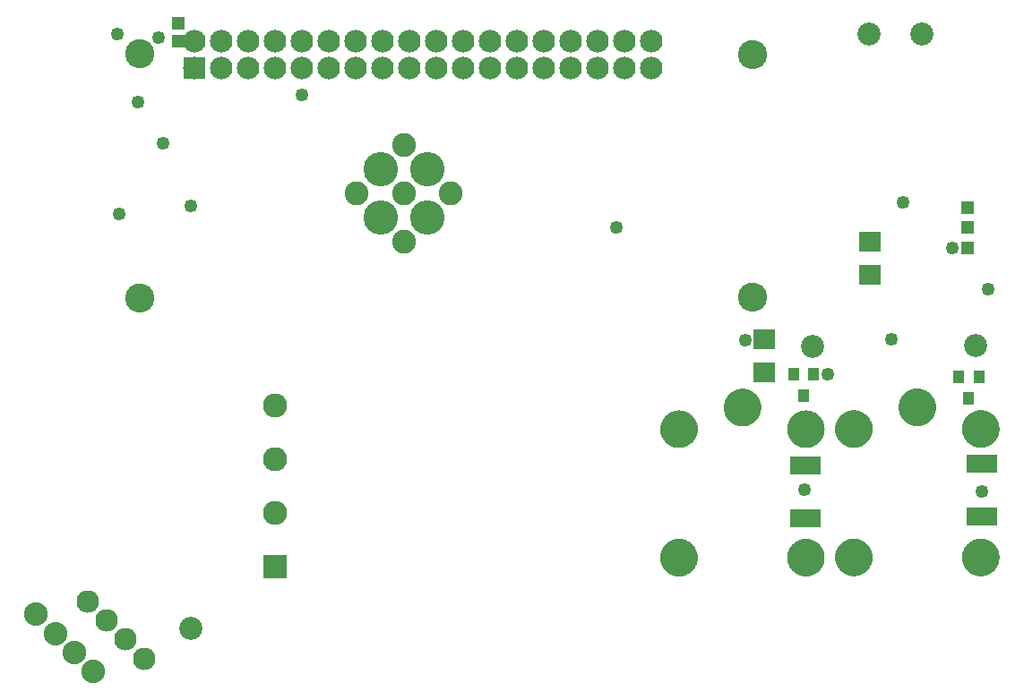
<source format=gbs>
G04 MADE WITH FRITZING*
G04 WWW.FRITZING.ORG*
G04 DOUBLE SIDED*
G04 HOLES PLATED*
G04 CONTOUR ON CENTER OF CONTOUR VECTOR*
%ASAXBY*%
%FSLAX23Y23*%
%MOIN*%
%OFA0B0*%
%SFA1.0B1.0*%
%ADD10C,0.049370*%
%ADD11C,0.088000*%
%ADD12C,0.083889*%
%ADD13C,0.085433*%
%ADD14C,0.090000*%
%ADD15C,0.084000*%
%ADD16C,0.108425*%
%ADD17C,0.088740*%
%ADD18C,0.128110*%
%ADD19R,0.116299X0.069055*%
%ADD20R,0.041496X0.045433*%
%ADD21R,0.084803X0.072992*%
%ADD22R,0.049370X0.049370*%
%ADD23R,0.090000X0.090000*%
%ADD24R,0.084000X0.084000*%
%ADD25R,0.001000X0.001000*%
%LNMASK0*%
G90*
G70*
G54D10*
X3052Y873D03*
X3709Y868D03*
X572Y2318D03*
X766Y1931D03*
X664Y2163D03*
X495Y2570D03*
X648Y2557D03*
G54D11*
X192Y409D03*
X263Y338D03*
X334Y267D03*
X404Y196D03*
G54D10*
X499Y1899D03*
G54D12*
X595Y244D03*
X524Y315D03*
X453Y385D03*
X383Y456D03*
G54D13*
X766Y357D03*
X3080Y1408D03*
X3686Y1409D03*
X3291Y2569D03*
X3488Y2570D03*
G54D10*
X2350Y1849D03*
X1179Y2344D03*
X2832Y1430D03*
X3416Y1943D03*
X3138Y1303D03*
X3602Y1772D03*
X3733Y1619D03*
X3373Y1432D03*
G54D14*
X1079Y587D03*
X1079Y787D03*
X1079Y987D03*
X1079Y1187D03*
G54D15*
X781Y2544D03*
X881Y2544D03*
X981Y2544D03*
X1081Y2544D03*
X1181Y2544D03*
X1281Y2544D03*
X1381Y2544D03*
X1481Y2544D03*
X1581Y2544D03*
X1681Y2544D03*
X1781Y2544D03*
X1881Y2544D03*
X1981Y2544D03*
X2081Y2544D03*
X2181Y2544D03*
X2281Y2544D03*
X2381Y2544D03*
X2481Y2544D03*
X781Y2444D03*
X881Y2444D03*
X981Y2444D03*
X1081Y2444D03*
X1181Y2444D03*
X1281Y2444D03*
X1381Y2444D03*
X1481Y2444D03*
X1581Y2444D03*
X1681Y2444D03*
X1781Y2444D03*
X1881Y2444D03*
X1981Y2444D03*
X2081Y2444D03*
X2181Y2444D03*
X2281Y2444D03*
X2381Y2444D03*
X2481Y2444D03*
G54D16*
X576Y1588D03*
X2857Y1590D03*
G54D17*
X1560Y2155D03*
X1560Y1975D03*
X1385Y1975D03*
X1735Y1975D03*
X1560Y1796D03*
G54D18*
X1647Y2068D03*
X1473Y2068D03*
X1647Y1885D03*
X1473Y1885D03*
G54D16*
X2858Y2492D03*
X576Y2495D03*
G54D19*
X3053Y767D03*
X3053Y964D03*
X3711Y772D03*
X3711Y969D03*
G54D20*
X3624Y1293D03*
X3699Y1293D03*
X3661Y1214D03*
X3010Y1303D03*
X3085Y1303D03*
X3048Y1224D03*
G54D21*
X3293Y1674D03*
X3293Y1796D03*
X2900Y1432D03*
X2900Y1310D03*
G54D22*
X722Y2543D03*
X722Y2611D03*
X3656Y1773D03*
X3656Y1850D03*
X3656Y1923D03*
G54D23*
X1079Y587D03*
G54D24*
X781Y2444D03*
G54D25*
X3462Y1249D02*
X3479Y1249D01*
X2810Y1248D02*
X2830Y1248D01*
X3456Y1248D02*
X3485Y1248D01*
X2805Y1247D02*
X2835Y1247D01*
X3452Y1247D02*
X3489Y1247D01*
X2801Y1246D02*
X2839Y1246D01*
X3449Y1246D02*
X3492Y1246D01*
X2798Y1245D02*
X2842Y1245D01*
X3446Y1245D02*
X3495Y1245D01*
X2795Y1244D02*
X2845Y1244D01*
X3443Y1244D02*
X3498Y1244D01*
X2792Y1243D02*
X2848Y1243D01*
X3441Y1243D02*
X3500Y1243D01*
X2790Y1242D02*
X2850Y1242D01*
X3439Y1242D02*
X3502Y1242D01*
X2788Y1241D02*
X2852Y1241D01*
X3437Y1241D02*
X3504Y1241D01*
X2786Y1240D02*
X2853Y1240D01*
X3436Y1240D02*
X3505Y1240D01*
X2785Y1239D02*
X2855Y1239D01*
X3434Y1239D02*
X3507Y1239D01*
X2783Y1238D02*
X2857Y1238D01*
X3432Y1238D02*
X3508Y1238D01*
X2782Y1237D02*
X2858Y1237D01*
X3431Y1237D02*
X3510Y1237D01*
X2780Y1236D02*
X2860Y1236D01*
X3430Y1236D02*
X3511Y1236D01*
X2779Y1235D02*
X2861Y1235D01*
X3428Y1235D02*
X3513Y1235D01*
X2777Y1234D02*
X2862Y1234D01*
X3427Y1234D02*
X3514Y1234D01*
X2776Y1233D02*
X2864Y1233D01*
X3426Y1233D02*
X3515Y1233D01*
X2775Y1232D02*
X2865Y1232D01*
X3425Y1232D02*
X3516Y1232D01*
X2774Y1231D02*
X2866Y1231D01*
X3423Y1231D02*
X3517Y1231D01*
X2773Y1230D02*
X2867Y1230D01*
X3422Y1230D02*
X3518Y1230D01*
X2772Y1229D02*
X2868Y1229D01*
X3421Y1229D02*
X3520Y1229D01*
X2771Y1228D02*
X2869Y1228D01*
X3420Y1228D02*
X3520Y1228D01*
X2770Y1227D02*
X2870Y1227D01*
X3419Y1227D02*
X3521Y1227D01*
X2769Y1226D02*
X2871Y1226D01*
X3419Y1226D02*
X3522Y1226D01*
X2768Y1225D02*
X2872Y1225D01*
X3418Y1225D02*
X3523Y1225D01*
X2767Y1224D02*
X2873Y1224D01*
X3417Y1224D02*
X3524Y1224D01*
X2766Y1223D02*
X2874Y1223D01*
X3416Y1223D02*
X3525Y1223D01*
X2765Y1222D02*
X2874Y1222D01*
X3415Y1222D02*
X3525Y1222D01*
X2765Y1221D02*
X2875Y1221D01*
X3415Y1221D02*
X3526Y1221D01*
X2764Y1220D02*
X2876Y1220D01*
X3414Y1220D02*
X3527Y1220D01*
X2763Y1219D02*
X2877Y1219D01*
X3413Y1219D02*
X3528Y1219D01*
X2763Y1218D02*
X2877Y1218D01*
X3412Y1218D02*
X3528Y1218D01*
X2762Y1217D02*
X2878Y1217D01*
X3412Y1217D02*
X3529Y1217D01*
X2761Y1216D02*
X2879Y1216D01*
X3411Y1216D02*
X3530Y1216D01*
X2761Y1215D02*
X2879Y1215D01*
X3411Y1215D02*
X3530Y1215D01*
X2760Y1214D02*
X2880Y1214D01*
X3410Y1214D02*
X3531Y1214D01*
X2759Y1213D02*
X2880Y1213D01*
X3409Y1213D02*
X3531Y1213D01*
X2759Y1212D02*
X2881Y1212D01*
X3409Y1212D02*
X3532Y1212D01*
X2758Y1211D02*
X2882Y1211D01*
X3408Y1211D02*
X3532Y1211D01*
X2758Y1210D02*
X2882Y1210D01*
X3408Y1210D02*
X3533Y1210D01*
X2757Y1209D02*
X2883Y1209D01*
X3407Y1209D02*
X3533Y1209D01*
X2757Y1208D02*
X2883Y1208D01*
X3407Y1208D02*
X3534Y1208D01*
X2756Y1207D02*
X2884Y1207D01*
X3406Y1207D02*
X3534Y1207D01*
X2756Y1206D02*
X2884Y1206D01*
X3406Y1206D02*
X3535Y1206D01*
X2756Y1205D02*
X2884Y1205D01*
X3406Y1205D02*
X3535Y1205D01*
X2755Y1204D02*
X2885Y1204D01*
X3405Y1204D02*
X3535Y1204D01*
X2755Y1203D02*
X2885Y1203D01*
X3405Y1203D02*
X3536Y1203D01*
X2755Y1202D02*
X2885Y1202D01*
X3405Y1202D02*
X3536Y1202D01*
X2754Y1201D02*
X2886Y1201D01*
X3404Y1201D02*
X3536Y1201D01*
X2754Y1200D02*
X2886Y1200D01*
X3404Y1200D02*
X3537Y1200D01*
X2754Y1199D02*
X2886Y1199D01*
X3404Y1199D02*
X3537Y1199D01*
X2753Y1198D02*
X2887Y1198D01*
X3404Y1198D02*
X3537Y1198D01*
X2753Y1197D02*
X2887Y1197D01*
X3403Y1197D02*
X3537Y1197D01*
X2753Y1196D02*
X2887Y1196D01*
X3403Y1196D02*
X3538Y1196D01*
X2753Y1195D02*
X2887Y1195D01*
X3403Y1195D02*
X3538Y1195D01*
X2752Y1194D02*
X2888Y1194D01*
X3403Y1194D02*
X3538Y1194D01*
X2752Y1193D02*
X2888Y1193D01*
X3402Y1193D02*
X3538Y1193D01*
X2752Y1192D02*
X2888Y1192D01*
X3402Y1192D02*
X3539Y1192D01*
X2752Y1191D02*
X2888Y1191D01*
X3402Y1191D02*
X3539Y1191D01*
X2752Y1190D02*
X2888Y1190D01*
X3402Y1190D02*
X3539Y1190D01*
X2751Y1189D02*
X2888Y1189D01*
X3402Y1189D02*
X3539Y1189D01*
X2751Y1188D02*
X2889Y1188D01*
X3402Y1188D02*
X3539Y1188D01*
X2751Y1187D02*
X2889Y1187D01*
X3401Y1187D02*
X3539Y1187D01*
X2751Y1186D02*
X2889Y1186D01*
X3401Y1186D02*
X3539Y1186D01*
X2751Y1185D02*
X2889Y1185D01*
X3401Y1185D02*
X3540Y1185D01*
X2751Y1184D02*
X2889Y1184D01*
X3401Y1184D02*
X3540Y1184D01*
X2751Y1183D02*
X2889Y1183D01*
X3401Y1183D02*
X3540Y1183D01*
X2751Y1182D02*
X2889Y1182D01*
X3401Y1182D02*
X3540Y1182D01*
X2751Y1181D02*
X2889Y1181D01*
X3401Y1181D02*
X3540Y1181D01*
X2751Y1180D02*
X2889Y1180D01*
X3401Y1180D02*
X3540Y1180D01*
X2751Y1179D02*
X2889Y1179D01*
X3401Y1179D02*
X3540Y1179D01*
X2751Y1178D02*
X2889Y1178D01*
X3401Y1178D02*
X3540Y1178D01*
X2751Y1177D02*
X2889Y1177D01*
X3401Y1177D02*
X3540Y1177D01*
X2751Y1176D02*
X2889Y1176D01*
X3401Y1176D02*
X3540Y1176D01*
X2751Y1175D02*
X2889Y1175D01*
X3401Y1175D02*
X3540Y1175D01*
X2751Y1174D02*
X2889Y1174D01*
X3401Y1174D02*
X3539Y1174D01*
X2751Y1173D02*
X2889Y1173D01*
X3401Y1173D02*
X3539Y1173D01*
X2751Y1172D02*
X2889Y1172D01*
X3401Y1172D02*
X3539Y1172D01*
X2751Y1171D02*
X2889Y1171D01*
X3402Y1171D02*
X3539Y1171D01*
X2751Y1170D02*
X2889Y1170D01*
X3402Y1170D02*
X3539Y1170D01*
X2751Y1169D02*
X2889Y1169D01*
X3234Y1169D02*
X3234Y1169D01*
X3402Y1169D02*
X3539Y1169D01*
X2580Y1168D02*
X2587Y1168D01*
X2752Y1168D02*
X2888Y1168D01*
X3053Y1168D02*
X3060Y1168D01*
X3224Y1168D02*
X3244Y1168D01*
X3402Y1168D02*
X3539Y1168D01*
X3696Y1168D02*
X3717Y1168D01*
X2572Y1167D02*
X2595Y1167D01*
X2752Y1167D02*
X2888Y1167D01*
X3045Y1167D02*
X3068Y1167D01*
X3219Y1167D02*
X3250Y1167D01*
X3402Y1167D02*
X3538Y1167D01*
X3691Y1167D02*
X3722Y1167D01*
X2567Y1166D02*
X2600Y1166D01*
X2752Y1166D02*
X2888Y1166D01*
X3040Y1166D02*
X3072Y1166D01*
X3215Y1166D02*
X3254Y1166D01*
X3402Y1166D02*
X3538Y1166D01*
X3687Y1166D02*
X3726Y1166D01*
X2563Y1165D02*
X2604Y1165D01*
X2752Y1165D02*
X2888Y1165D01*
X3036Y1165D02*
X3076Y1165D01*
X3212Y1165D02*
X3257Y1165D01*
X3403Y1165D02*
X3538Y1165D01*
X3684Y1165D02*
X3729Y1165D01*
X2561Y1164D02*
X2607Y1164D01*
X2752Y1164D02*
X2888Y1164D01*
X3033Y1164D02*
X3079Y1164D01*
X3209Y1164D02*
X3260Y1164D01*
X3403Y1164D02*
X3538Y1164D01*
X3681Y1164D02*
X3732Y1164D01*
X2558Y1163D02*
X2610Y1163D01*
X2753Y1163D02*
X2887Y1163D01*
X3030Y1163D02*
X3082Y1163D01*
X3206Y1163D02*
X3262Y1163D01*
X3403Y1163D02*
X3538Y1163D01*
X3679Y1163D02*
X3734Y1163D01*
X2556Y1162D02*
X2612Y1162D01*
X2753Y1162D02*
X2887Y1162D01*
X3028Y1162D02*
X3084Y1162D01*
X3204Y1162D02*
X3264Y1162D01*
X3403Y1162D02*
X3537Y1162D01*
X3677Y1162D02*
X3736Y1162D01*
X2554Y1161D02*
X2614Y1161D01*
X2753Y1161D02*
X2887Y1161D01*
X3026Y1161D02*
X3086Y1161D01*
X3202Y1161D02*
X3266Y1161D01*
X3404Y1161D02*
X3537Y1161D01*
X3675Y1161D02*
X3738Y1161D01*
X2551Y1160D02*
X2616Y1160D01*
X2753Y1160D02*
X2887Y1160D01*
X3024Y1160D02*
X3088Y1160D01*
X3201Y1160D02*
X3268Y1160D01*
X3404Y1160D02*
X3537Y1160D01*
X3673Y1160D02*
X3740Y1160D01*
X2550Y1159D02*
X2618Y1159D01*
X2754Y1159D02*
X2886Y1159D01*
X3022Y1159D02*
X3090Y1159D01*
X3199Y1159D02*
X3269Y1159D01*
X3404Y1159D02*
X3537Y1159D01*
X3671Y1159D02*
X3742Y1159D01*
X2548Y1158D02*
X2619Y1158D01*
X2754Y1158D02*
X2886Y1158D01*
X3021Y1158D02*
X3092Y1158D01*
X3197Y1158D02*
X3271Y1158D01*
X3404Y1158D02*
X3536Y1158D01*
X3670Y1158D02*
X3743Y1158D01*
X2547Y1157D02*
X2621Y1157D01*
X2754Y1157D02*
X2886Y1157D01*
X3019Y1157D02*
X3093Y1157D01*
X3196Y1157D02*
X3273Y1157D01*
X3405Y1157D02*
X3536Y1157D01*
X3668Y1157D02*
X3745Y1157D01*
X2545Y1156D02*
X2623Y1156D01*
X2755Y1156D02*
X2885Y1156D01*
X3017Y1156D02*
X3095Y1156D01*
X3194Y1156D02*
X3274Y1156D01*
X3405Y1156D02*
X3536Y1156D01*
X3667Y1156D02*
X3746Y1156D01*
X2544Y1155D02*
X2624Y1155D01*
X2755Y1155D02*
X2885Y1155D01*
X3016Y1155D02*
X3096Y1155D01*
X3193Y1155D02*
X3275Y1155D01*
X3406Y1155D02*
X3535Y1155D01*
X3665Y1155D02*
X3748Y1155D01*
X2542Y1154D02*
X2625Y1154D01*
X2755Y1154D02*
X2885Y1154D01*
X3015Y1154D02*
X3098Y1154D01*
X3192Y1154D02*
X3277Y1154D01*
X3406Y1154D02*
X3535Y1154D01*
X3664Y1154D02*
X3749Y1154D01*
X2541Y1153D02*
X2627Y1153D01*
X2756Y1153D02*
X2884Y1153D01*
X3013Y1153D02*
X3099Y1153D01*
X3190Y1153D02*
X3278Y1153D01*
X3406Y1153D02*
X3534Y1153D01*
X3663Y1153D02*
X3750Y1153D01*
X2540Y1152D02*
X2628Y1152D01*
X2756Y1152D02*
X2884Y1152D01*
X3012Y1152D02*
X3100Y1152D01*
X3189Y1152D02*
X3279Y1152D01*
X3407Y1152D02*
X3534Y1152D01*
X3661Y1152D02*
X3752Y1152D01*
X2538Y1151D02*
X2629Y1151D01*
X2756Y1151D02*
X2884Y1151D01*
X3011Y1151D02*
X3101Y1151D01*
X3188Y1151D02*
X3280Y1151D01*
X3407Y1151D02*
X3534Y1151D01*
X3660Y1151D02*
X3753Y1151D01*
X2537Y1150D02*
X2630Y1150D01*
X2757Y1150D02*
X2883Y1150D01*
X3010Y1150D02*
X3103Y1150D01*
X3187Y1150D02*
X3282Y1150D01*
X3408Y1150D02*
X3533Y1150D01*
X3659Y1150D02*
X3754Y1150D01*
X2536Y1149D02*
X2631Y1149D01*
X2757Y1149D02*
X2883Y1149D01*
X3009Y1149D02*
X3104Y1149D01*
X3186Y1149D02*
X3283Y1149D01*
X3408Y1149D02*
X3533Y1149D01*
X3658Y1149D02*
X3755Y1149D01*
X2535Y1148D02*
X2632Y1148D01*
X2758Y1148D02*
X2882Y1148D01*
X3007Y1148D02*
X3105Y1148D01*
X3185Y1148D02*
X3284Y1148D01*
X3409Y1148D02*
X3532Y1148D01*
X3657Y1148D02*
X3756Y1148D01*
X2534Y1147D02*
X2633Y1147D01*
X2758Y1147D02*
X2882Y1147D01*
X3007Y1147D02*
X3106Y1147D01*
X3184Y1147D02*
X3285Y1147D01*
X3409Y1147D02*
X3532Y1147D01*
X3656Y1147D02*
X3757Y1147D01*
X2533Y1146D02*
X2634Y1146D01*
X2759Y1146D02*
X2881Y1146D01*
X3006Y1146D02*
X3107Y1146D01*
X3183Y1146D02*
X3285Y1146D01*
X3410Y1146D02*
X3531Y1146D01*
X3655Y1146D02*
X3758Y1146D01*
X2532Y1145D02*
X2635Y1145D01*
X2759Y1145D02*
X2880Y1145D01*
X3005Y1145D02*
X3108Y1145D01*
X3182Y1145D02*
X3286Y1145D01*
X3410Y1145D02*
X3530Y1145D01*
X3654Y1145D02*
X3759Y1145D01*
X2531Y1144D02*
X2636Y1144D01*
X2760Y1144D02*
X2880Y1144D01*
X3004Y1144D02*
X3108Y1144D01*
X3181Y1144D02*
X3287Y1144D01*
X3411Y1144D02*
X3530Y1144D01*
X3654Y1144D02*
X3760Y1144D01*
X2531Y1143D02*
X2637Y1143D01*
X2761Y1143D02*
X2879Y1143D01*
X3003Y1143D02*
X3109Y1143D01*
X3180Y1143D02*
X3288Y1143D01*
X3412Y1143D02*
X3529Y1143D01*
X3653Y1143D02*
X3760Y1143D01*
X2530Y1142D02*
X2638Y1142D01*
X2761Y1142D02*
X2879Y1142D01*
X3002Y1142D02*
X3110Y1142D01*
X3180Y1142D02*
X3289Y1142D01*
X3412Y1142D02*
X3529Y1142D01*
X3652Y1142D02*
X3761Y1142D01*
X2529Y1141D02*
X2638Y1141D01*
X2762Y1141D02*
X2878Y1141D01*
X3001Y1141D02*
X3111Y1141D01*
X3179Y1141D02*
X3289Y1141D01*
X3413Y1141D02*
X3528Y1141D01*
X3651Y1141D02*
X3762Y1141D01*
X2528Y1140D02*
X2639Y1140D01*
X2763Y1140D02*
X2877Y1140D01*
X3001Y1140D02*
X3112Y1140D01*
X3178Y1140D02*
X3290Y1140D01*
X3414Y1140D02*
X3527Y1140D01*
X3651Y1140D02*
X3763Y1140D01*
X2528Y1139D02*
X2640Y1139D01*
X2763Y1139D02*
X2877Y1139D01*
X3000Y1139D02*
X3112Y1139D01*
X3177Y1139D02*
X3291Y1139D01*
X3414Y1139D02*
X3527Y1139D01*
X3650Y1139D02*
X3763Y1139D01*
X2527Y1138D02*
X2641Y1138D01*
X2764Y1138D02*
X2876Y1138D01*
X2999Y1138D02*
X3113Y1138D01*
X3177Y1138D02*
X3292Y1138D01*
X3415Y1138D02*
X3526Y1138D01*
X3649Y1138D02*
X3764Y1138D01*
X2526Y1137D02*
X2641Y1137D01*
X2765Y1137D02*
X2875Y1137D01*
X2999Y1137D02*
X3114Y1137D01*
X3176Y1137D02*
X3292Y1137D01*
X3416Y1137D02*
X3525Y1137D01*
X3648Y1137D02*
X3765Y1137D01*
X2526Y1136D02*
X2642Y1136D01*
X2765Y1136D02*
X2874Y1136D01*
X2998Y1136D02*
X3114Y1136D01*
X3175Y1136D02*
X3293Y1136D01*
X3416Y1136D02*
X3524Y1136D01*
X3648Y1136D02*
X3765Y1136D01*
X2525Y1135D02*
X2643Y1135D01*
X2766Y1135D02*
X2874Y1135D01*
X2997Y1135D02*
X3115Y1135D01*
X3175Y1135D02*
X3294Y1135D01*
X3417Y1135D02*
X3524Y1135D01*
X3647Y1135D02*
X3766Y1135D01*
X2524Y1134D02*
X2643Y1134D01*
X2767Y1134D02*
X2873Y1134D01*
X2997Y1134D02*
X3116Y1134D01*
X3174Y1134D02*
X3294Y1134D01*
X3418Y1134D02*
X3523Y1134D01*
X3647Y1134D02*
X3766Y1134D01*
X2524Y1133D02*
X2644Y1133D01*
X2768Y1133D02*
X2872Y1133D01*
X2996Y1133D02*
X3116Y1133D01*
X3174Y1133D02*
X3295Y1133D01*
X3419Y1133D02*
X3522Y1133D01*
X3646Y1133D02*
X3767Y1133D01*
X2523Y1132D02*
X2644Y1132D01*
X2769Y1132D02*
X2871Y1132D01*
X2995Y1132D02*
X3117Y1132D01*
X3173Y1132D02*
X3295Y1132D01*
X3420Y1132D02*
X3521Y1132D01*
X3645Y1132D02*
X3768Y1132D01*
X2523Y1131D02*
X2645Y1131D01*
X2770Y1131D02*
X2870Y1131D01*
X2995Y1131D02*
X3117Y1131D01*
X3173Y1131D02*
X3296Y1131D01*
X3421Y1131D02*
X3520Y1131D01*
X3645Y1131D02*
X3768Y1131D01*
X2522Y1130D02*
X2646Y1130D01*
X2771Y1130D02*
X2869Y1130D01*
X2994Y1130D02*
X3118Y1130D01*
X3172Y1130D02*
X3296Y1130D01*
X3422Y1130D02*
X3519Y1130D01*
X3644Y1130D02*
X3769Y1130D01*
X2522Y1129D02*
X2646Y1129D01*
X2772Y1129D02*
X2868Y1129D01*
X2994Y1129D02*
X3118Y1129D01*
X3172Y1129D02*
X3297Y1129D01*
X3423Y1129D02*
X3518Y1129D01*
X3644Y1129D02*
X3769Y1129D01*
X2521Y1128D02*
X2646Y1128D01*
X2773Y1128D02*
X2867Y1128D01*
X2993Y1128D02*
X3119Y1128D01*
X3171Y1128D02*
X3297Y1128D01*
X3424Y1128D02*
X3517Y1128D01*
X3643Y1128D02*
X3770Y1128D01*
X2521Y1127D02*
X2647Y1127D01*
X2774Y1127D02*
X2866Y1127D01*
X2993Y1127D02*
X3119Y1127D01*
X3171Y1127D02*
X3298Y1127D01*
X3425Y1127D02*
X3516Y1127D01*
X3643Y1127D02*
X3770Y1127D01*
X2520Y1126D02*
X2647Y1126D01*
X2775Y1126D02*
X2865Y1126D01*
X2992Y1126D02*
X3120Y1126D01*
X3170Y1126D02*
X3298Y1126D01*
X3426Y1126D02*
X3514Y1126D01*
X3643Y1126D02*
X3771Y1126D01*
X2520Y1125D02*
X2648Y1125D01*
X2776Y1125D02*
X2864Y1125D01*
X2992Y1125D02*
X3120Y1125D01*
X3170Y1125D02*
X3299Y1125D01*
X3428Y1125D02*
X3513Y1125D01*
X3642Y1125D02*
X3771Y1125D01*
X2519Y1124D02*
X2648Y1124D01*
X2777Y1124D02*
X2862Y1124D01*
X2992Y1124D02*
X3121Y1124D01*
X3169Y1124D02*
X3299Y1124D01*
X3429Y1124D02*
X3512Y1124D01*
X3642Y1124D02*
X3771Y1124D01*
X2519Y1123D02*
X2649Y1123D01*
X2779Y1123D02*
X2861Y1123D01*
X2991Y1123D02*
X3121Y1123D01*
X3169Y1123D02*
X3299Y1123D01*
X3430Y1123D02*
X3510Y1123D01*
X3641Y1123D02*
X3772Y1123D01*
X2519Y1122D02*
X2649Y1122D01*
X2780Y1122D02*
X2860Y1122D01*
X2991Y1122D02*
X3121Y1122D01*
X3169Y1122D02*
X3300Y1122D01*
X3432Y1122D02*
X3509Y1122D01*
X3641Y1122D02*
X3772Y1122D01*
X2518Y1121D02*
X2649Y1121D01*
X2782Y1121D02*
X2858Y1121D01*
X2991Y1121D02*
X3122Y1121D01*
X3168Y1121D02*
X3300Y1121D01*
X3433Y1121D02*
X3508Y1121D01*
X3641Y1121D02*
X3772Y1121D01*
X2518Y1120D02*
X2650Y1120D01*
X2783Y1120D02*
X2857Y1120D01*
X2990Y1120D02*
X3122Y1120D01*
X3168Y1120D02*
X3300Y1120D01*
X3435Y1120D02*
X3506Y1120D01*
X3640Y1120D02*
X3773Y1120D01*
X2518Y1119D02*
X2650Y1119D01*
X2785Y1119D02*
X2855Y1119D01*
X2990Y1119D02*
X3122Y1119D01*
X3168Y1119D02*
X3301Y1119D01*
X3436Y1119D02*
X3504Y1119D01*
X3640Y1119D02*
X3773Y1119D01*
X2517Y1118D02*
X2650Y1118D01*
X2786Y1118D02*
X2853Y1118D01*
X2990Y1118D02*
X3123Y1118D01*
X3168Y1118D02*
X3301Y1118D01*
X3438Y1118D02*
X3503Y1118D01*
X3640Y1118D02*
X3773Y1118D01*
X2517Y1117D02*
X2651Y1117D01*
X2788Y1117D02*
X2852Y1117D01*
X2989Y1117D02*
X3123Y1117D01*
X3167Y1117D02*
X3301Y1117D01*
X3440Y1117D02*
X3501Y1117D01*
X3640Y1117D02*
X3773Y1117D01*
X2517Y1116D02*
X2651Y1116D01*
X2790Y1116D02*
X2850Y1116D01*
X2989Y1116D02*
X3123Y1116D01*
X3167Y1116D02*
X3301Y1116D01*
X3442Y1116D02*
X3498Y1116D01*
X3639Y1116D02*
X3774Y1116D01*
X2517Y1115D02*
X2651Y1115D01*
X2792Y1115D02*
X2848Y1115D01*
X2989Y1115D02*
X3123Y1115D01*
X3167Y1115D02*
X3302Y1115D01*
X3445Y1115D02*
X3496Y1115D01*
X3639Y1115D02*
X3774Y1115D01*
X2516Y1114D02*
X2651Y1114D01*
X2795Y1114D02*
X2845Y1114D01*
X2989Y1114D02*
X3124Y1114D01*
X3167Y1114D02*
X3302Y1114D01*
X3447Y1114D02*
X3493Y1114D01*
X3639Y1114D02*
X3774Y1114D01*
X2516Y1113D02*
X2652Y1113D01*
X2798Y1113D02*
X2842Y1113D01*
X2988Y1113D02*
X3124Y1113D01*
X3166Y1113D02*
X3302Y1113D01*
X3450Y1113D02*
X3490Y1113D01*
X3639Y1113D02*
X3774Y1113D01*
X2516Y1112D02*
X2652Y1112D01*
X2801Y1112D02*
X2839Y1112D01*
X2988Y1112D02*
X3124Y1112D01*
X3166Y1112D02*
X3302Y1112D01*
X3454Y1112D02*
X3486Y1112D01*
X3638Y1112D02*
X3775Y1112D01*
X2516Y1111D02*
X2652Y1111D01*
X2805Y1111D02*
X2835Y1111D01*
X2988Y1111D02*
X3124Y1111D01*
X3166Y1111D02*
X3302Y1111D01*
X3459Y1111D02*
X3482Y1111D01*
X3638Y1111D02*
X3775Y1111D01*
X2516Y1110D02*
X2652Y1110D01*
X2810Y1110D02*
X2830Y1110D01*
X2988Y1110D02*
X3124Y1110D01*
X3166Y1110D02*
X3303Y1110D01*
X3468Y1110D02*
X3473Y1110D01*
X3638Y1110D02*
X3775Y1110D01*
X2515Y1109D02*
X2652Y1109D01*
X2988Y1109D02*
X3125Y1109D01*
X3166Y1109D02*
X3303Y1109D01*
X3638Y1109D02*
X3775Y1109D01*
X2515Y1108D02*
X2652Y1108D01*
X2988Y1108D02*
X3125Y1108D01*
X3165Y1108D02*
X3303Y1108D01*
X3638Y1108D02*
X3775Y1108D01*
X2515Y1107D02*
X2653Y1107D01*
X2987Y1107D02*
X3125Y1107D01*
X3165Y1107D02*
X3303Y1107D01*
X3638Y1107D02*
X3775Y1107D01*
X2515Y1106D02*
X2653Y1106D01*
X2987Y1106D02*
X3125Y1106D01*
X3165Y1106D02*
X3303Y1106D01*
X3638Y1106D02*
X3776Y1106D01*
X2515Y1105D02*
X2653Y1105D01*
X2987Y1105D02*
X3125Y1105D01*
X3165Y1105D02*
X3303Y1105D01*
X3637Y1105D02*
X3776Y1105D01*
X2515Y1104D02*
X2653Y1104D01*
X2987Y1104D02*
X3125Y1104D01*
X3165Y1104D02*
X3303Y1104D01*
X3637Y1104D02*
X3776Y1104D01*
X2515Y1103D02*
X2653Y1103D01*
X2987Y1103D02*
X3125Y1103D01*
X3165Y1103D02*
X3303Y1103D01*
X3637Y1103D02*
X3776Y1103D01*
X2515Y1102D02*
X2653Y1102D01*
X2987Y1102D02*
X3125Y1102D01*
X3165Y1102D02*
X3303Y1102D01*
X3637Y1102D02*
X3776Y1102D01*
X2514Y1101D02*
X2653Y1101D01*
X2987Y1101D02*
X3125Y1101D01*
X3165Y1101D02*
X3304Y1101D01*
X3637Y1101D02*
X3776Y1101D01*
X2514Y1100D02*
X2653Y1100D01*
X2987Y1100D02*
X3125Y1100D01*
X3165Y1100D02*
X3304Y1100D01*
X3637Y1100D02*
X3776Y1100D01*
X2514Y1099D02*
X2653Y1099D01*
X2987Y1099D02*
X3126Y1099D01*
X3165Y1099D02*
X3304Y1099D01*
X3637Y1099D02*
X3776Y1099D01*
X2514Y1098D02*
X2653Y1098D01*
X2987Y1098D02*
X3126Y1098D01*
X3165Y1098D02*
X3304Y1098D01*
X3637Y1098D02*
X3776Y1098D01*
X2514Y1097D02*
X2653Y1097D01*
X2987Y1097D02*
X3126Y1097D01*
X3165Y1097D02*
X3304Y1097D01*
X3637Y1097D02*
X3776Y1097D01*
X2514Y1096D02*
X2653Y1096D01*
X2987Y1096D02*
X3125Y1096D01*
X3165Y1096D02*
X3303Y1096D01*
X3637Y1096D02*
X3776Y1096D01*
X2515Y1095D02*
X2653Y1095D01*
X2987Y1095D02*
X3125Y1095D01*
X3165Y1095D02*
X3303Y1095D01*
X3637Y1095D02*
X3776Y1095D01*
X2515Y1094D02*
X2653Y1094D01*
X2987Y1094D02*
X3125Y1094D01*
X3165Y1094D02*
X3303Y1094D01*
X3637Y1094D02*
X3776Y1094D01*
X2515Y1093D02*
X2653Y1093D01*
X2987Y1093D02*
X3125Y1093D01*
X3165Y1093D02*
X3303Y1093D01*
X3637Y1093D02*
X3776Y1093D01*
X2515Y1092D02*
X2653Y1092D01*
X2987Y1092D02*
X3125Y1092D01*
X3165Y1092D02*
X3303Y1092D01*
X3638Y1092D02*
X3776Y1092D01*
X2515Y1091D02*
X2653Y1091D01*
X2987Y1091D02*
X3125Y1091D01*
X3165Y1091D02*
X3303Y1091D01*
X3638Y1091D02*
X3775Y1091D01*
X2515Y1090D02*
X2653Y1090D01*
X2987Y1090D02*
X3125Y1090D01*
X3166Y1090D02*
X3303Y1090D01*
X3638Y1090D02*
X3775Y1090D01*
X2515Y1089D02*
X2652Y1089D01*
X2987Y1089D02*
X3125Y1089D01*
X3166Y1089D02*
X3303Y1089D01*
X3638Y1089D02*
X3775Y1089D01*
X2515Y1088D02*
X2652Y1088D01*
X2988Y1088D02*
X3125Y1088D01*
X3166Y1088D02*
X3303Y1088D01*
X3638Y1088D02*
X3775Y1088D01*
X2515Y1087D02*
X2652Y1087D01*
X2988Y1087D02*
X3124Y1087D01*
X3166Y1087D02*
X3302Y1087D01*
X3638Y1087D02*
X3775Y1087D01*
X2516Y1086D02*
X2652Y1086D01*
X2988Y1086D02*
X3124Y1086D01*
X3166Y1086D02*
X3302Y1086D01*
X3639Y1086D02*
X3775Y1086D01*
X2516Y1085D02*
X2652Y1085D01*
X2988Y1085D02*
X3124Y1085D01*
X3166Y1085D02*
X3302Y1085D01*
X3639Y1085D02*
X3774Y1085D01*
X2516Y1084D02*
X2652Y1084D01*
X2988Y1084D02*
X3124Y1084D01*
X3167Y1084D02*
X3302Y1084D01*
X3639Y1084D02*
X3774Y1084D01*
X2516Y1083D02*
X2651Y1083D01*
X2989Y1083D02*
X3124Y1083D01*
X3167Y1083D02*
X3302Y1083D01*
X3639Y1083D02*
X3774Y1083D01*
X2516Y1082D02*
X2651Y1082D01*
X2989Y1082D02*
X3123Y1082D01*
X3167Y1082D02*
X3301Y1082D01*
X3639Y1082D02*
X3774Y1082D01*
X2517Y1081D02*
X2651Y1081D01*
X2989Y1081D02*
X3123Y1081D01*
X3167Y1081D02*
X3301Y1081D01*
X3640Y1081D02*
X3773Y1081D01*
X2517Y1080D02*
X2651Y1080D01*
X2989Y1080D02*
X3123Y1080D01*
X3168Y1080D02*
X3301Y1080D01*
X3640Y1080D02*
X3773Y1080D01*
X2517Y1079D02*
X2650Y1079D01*
X2990Y1079D02*
X3123Y1079D01*
X3168Y1079D02*
X3301Y1079D01*
X3640Y1079D02*
X3773Y1079D01*
X2517Y1078D02*
X2650Y1078D01*
X2990Y1078D02*
X3122Y1078D01*
X3168Y1078D02*
X3300Y1078D01*
X3640Y1078D02*
X3773Y1078D01*
X2518Y1077D02*
X2650Y1077D01*
X2990Y1077D02*
X3122Y1077D01*
X3168Y1077D02*
X3300Y1077D01*
X3641Y1077D02*
X3772Y1077D01*
X2518Y1076D02*
X2649Y1076D01*
X2990Y1076D02*
X3122Y1076D01*
X3169Y1076D02*
X3300Y1076D01*
X3641Y1076D02*
X3772Y1076D01*
X2518Y1075D02*
X2649Y1075D01*
X2991Y1075D02*
X3121Y1075D01*
X3169Y1075D02*
X3299Y1075D01*
X3641Y1075D02*
X3772Y1075D01*
X2519Y1074D02*
X2649Y1074D01*
X2991Y1074D02*
X3121Y1074D01*
X3169Y1074D02*
X3299Y1074D01*
X3642Y1074D02*
X3771Y1074D01*
X2519Y1073D02*
X2648Y1073D01*
X2992Y1073D02*
X3121Y1073D01*
X3170Y1073D02*
X3299Y1073D01*
X3642Y1073D02*
X3771Y1073D01*
X2519Y1072D02*
X2648Y1072D01*
X2992Y1072D02*
X3120Y1072D01*
X3170Y1072D02*
X3298Y1072D01*
X3643Y1072D02*
X3771Y1072D01*
X2520Y1071D02*
X2648Y1071D01*
X2992Y1071D02*
X3120Y1071D01*
X3171Y1071D02*
X3298Y1071D01*
X3643Y1071D02*
X3770Y1071D01*
X2520Y1070D02*
X2647Y1070D01*
X2993Y1070D02*
X3120Y1070D01*
X3171Y1070D02*
X3297Y1070D01*
X3644Y1070D02*
X3770Y1070D01*
X2521Y1069D02*
X2647Y1069D01*
X2993Y1069D02*
X3119Y1069D01*
X3172Y1069D02*
X3297Y1069D01*
X3644Y1069D02*
X3769Y1069D01*
X2521Y1068D02*
X2646Y1068D01*
X2994Y1068D02*
X3119Y1068D01*
X3172Y1068D02*
X3296Y1068D01*
X3645Y1068D02*
X3769Y1068D01*
X2522Y1067D02*
X2646Y1067D01*
X2994Y1067D02*
X3118Y1067D01*
X3173Y1067D02*
X3296Y1067D01*
X3645Y1067D02*
X3768Y1067D01*
X2522Y1066D02*
X2645Y1066D01*
X2995Y1066D02*
X3118Y1066D01*
X3173Y1066D02*
X3295Y1066D01*
X3646Y1066D02*
X3768Y1066D01*
X2523Y1065D02*
X2645Y1065D01*
X2995Y1065D02*
X3117Y1065D01*
X3174Y1065D02*
X3295Y1065D01*
X3646Y1065D02*
X3767Y1065D01*
X2523Y1064D02*
X2644Y1064D01*
X2996Y1064D02*
X3116Y1064D01*
X3174Y1064D02*
X3294Y1064D01*
X3647Y1064D02*
X3766Y1064D01*
X2524Y1063D02*
X2643Y1063D01*
X2996Y1063D02*
X3116Y1063D01*
X3175Y1063D02*
X3293Y1063D01*
X3647Y1063D02*
X3766Y1063D01*
X2525Y1062D02*
X2643Y1062D01*
X2997Y1062D02*
X3115Y1062D01*
X3176Y1062D02*
X3293Y1062D01*
X3648Y1062D02*
X3765Y1062D01*
X2525Y1061D02*
X2642Y1061D01*
X2998Y1061D02*
X3115Y1061D01*
X3176Y1061D02*
X3292Y1061D01*
X3649Y1061D02*
X3765Y1061D01*
X2526Y1060D02*
X2642Y1060D01*
X2998Y1060D02*
X3114Y1060D01*
X3177Y1060D02*
X3292Y1060D01*
X3649Y1060D02*
X3764Y1060D01*
X2527Y1059D02*
X2641Y1059D01*
X2999Y1059D02*
X3113Y1059D01*
X3178Y1059D02*
X3291Y1059D01*
X3650Y1059D02*
X3763Y1059D01*
X2527Y1058D02*
X2640Y1058D01*
X3000Y1058D02*
X3113Y1058D01*
X3178Y1058D02*
X3290Y1058D01*
X3651Y1058D02*
X3762Y1058D01*
X2528Y1057D02*
X2640Y1057D01*
X3000Y1057D02*
X3112Y1057D01*
X3179Y1057D02*
X3289Y1057D01*
X3651Y1057D02*
X3762Y1057D01*
X2529Y1056D02*
X2639Y1056D01*
X3001Y1056D02*
X3111Y1056D01*
X3180Y1056D02*
X3289Y1056D01*
X3652Y1056D02*
X3761Y1056D01*
X2530Y1055D02*
X2638Y1055D01*
X3002Y1055D02*
X3110Y1055D01*
X3181Y1055D02*
X3288Y1055D01*
X3653Y1055D02*
X3760Y1055D01*
X2530Y1054D02*
X2637Y1054D01*
X3003Y1054D02*
X3110Y1054D01*
X3181Y1054D02*
X3287Y1054D01*
X3654Y1054D02*
X3759Y1054D01*
X2531Y1053D02*
X2636Y1053D01*
X3003Y1053D02*
X3109Y1053D01*
X3182Y1053D02*
X3286Y1053D01*
X3655Y1053D02*
X3759Y1053D01*
X2532Y1052D02*
X2636Y1052D01*
X3004Y1052D02*
X3108Y1052D01*
X3183Y1052D02*
X3285Y1052D01*
X3655Y1052D02*
X3758Y1052D01*
X2533Y1051D02*
X2635Y1051D01*
X3005Y1051D02*
X3107Y1051D01*
X3184Y1051D02*
X3284Y1051D01*
X3656Y1051D02*
X3757Y1051D01*
X2534Y1050D02*
X2634Y1050D01*
X3006Y1050D02*
X3106Y1050D01*
X3185Y1050D02*
X3283Y1050D01*
X3657Y1050D02*
X3756Y1050D01*
X2535Y1049D02*
X2633Y1049D01*
X3007Y1049D02*
X3105Y1049D01*
X3186Y1049D02*
X3282Y1049D01*
X3658Y1049D02*
X3755Y1049D01*
X2536Y1048D02*
X2632Y1048D01*
X3008Y1048D02*
X3104Y1048D01*
X3187Y1048D02*
X3281Y1048D01*
X3659Y1048D02*
X3754Y1048D01*
X2537Y1047D02*
X2631Y1047D01*
X3009Y1047D02*
X3103Y1047D01*
X3188Y1047D02*
X3280Y1047D01*
X3661Y1047D02*
X3753Y1047D01*
X2538Y1046D02*
X2630Y1046D01*
X3010Y1046D02*
X3102Y1046D01*
X3189Y1046D02*
X3279Y1046D01*
X3662Y1046D02*
X3751Y1046D01*
X2539Y1045D02*
X2628Y1045D01*
X3011Y1045D02*
X3101Y1045D01*
X3190Y1045D02*
X3278Y1045D01*
X3663Y1045D02*
X3750Y1045D01*
X2540Y1044D02*
X2627Y1044D01*
X3013Y1044D02*
X3100Y1044D01*
X3192Y1044D02*
X3277Y1044D01*
X3664Y1044D02*
X3749Y1044D01*
X2542Y1043D02*
X2626Y1043D01*
X3014Y1043D02*
X3098Y1043D01*
X3193Y1043D02*
X3275Y1043D01*
X3666Y1043D02*
X3748Y1043D01*
X2543Y1042D02*
X2625Y1042D01*
X3015Y1042D02*
X3097Y1042D01*
X3195Y1042D02*
X3274Y1042D01*
X3667Y1042D02*
X3746Y1042D01*
X2544Y1041D02*
X2623Y1041D01*
X3017Y1041D02*
X3096Y1041D01*
X3196Y1041D02*
X3272Y1041D01*
X3668Y1041D02*
X3745Y1041D01*
X2546Y1040D02*
X2622Y1040D01*
X3018Y1040D02*
X3094Y1040D01*
X3198Y1040D02*
X3271Y1040D01*
X3670Y1040D02*
X3743Y1040D01*
X2547Y1039D02*
X2620Y1039D01*
X3020Y1039D02*
X3092Y1039D01*
X3199Y1039D02*
X3269Y1039D01*
X3672Y1039D02*
X3742Y1039D01*
X2549Y1038D02*
X2618Y1038D01*
X3021Y1038D02*
X3091Y1038D01*
X3201Y1038D02*
X3268Y1038D01*
X3673Y1038D02*
X3740Y1038D01*
X2551Y1037D02*
X2617Y1037D01*
X3023Y1037D02*
X3089Y1037D01*
X3203Y1037D02*
X3266Y1037D01*
X3675Y1037D02*
X3738Y1037D01*
X2553Y1036D02*
X2615Y1036D01*
X3025Y1036D02*
X3087Y1036D01*
X3205Y1036D02*
X3264Y1036D01*
X3677Y1036D02*
X3736Y1036D01*
X2555Y1035D02*
X2613Y1035D01*
X3027Y1035D02*
X3085Y1035D01*
X3207Y1035D02*
X3262Y1035D01*
X3679Y1035D02*
X3734Y1035D01*
X2557Y1034D02*
X2611Y1034D01*
X3029Y1034D02*
X3083Y1034D01*
X3209Y1034D02*
X3259Y1034D01*
X3682Y1034D02*
X3732Y1034D01*
X2559Y1033D02*
X2608Y1033D01*
X3032Y1033D02*
X3080Y1033D01*
X3212Y1033D02*
X3256Y1033D01*
X3684Y1033D02*
X3729Y1033D01*
X2562Y1032D02*
X2605Y1032D01*
X3035Y1032D02*
X3078Y1032D01*
X3215Y1032D02*
X3253Y1032D01*
X3688Y1032D02*
X3725Y1032D01*
X2566Y1031D02*
X2602Y1031D01*
X3038Y1031D02*
X3074Y1031D01*
X3219Y1031D02*
X3249Y1031D01*
X3692Y1031D02*
X3721Y1031D01*
X2570Y1030D02*
X2598Y1030D01*
X3042Y1030D02*
X3070Y1030D01*
X3225Y1030D02*
X3244Y1030D01*
X3697Y1030D02*
X3716Y1030D01*
X2576Y1029D02*
X2592Y1029D01*
X3048Y1029D02*
X3064Y1029D01*
X3226Y690D02*
X3243Y690D01*
X3698Y690D02*
X3715Y690D01*
X2574Y689D02*
X2593Y689D01*
X3046Y689D02*
X3066Y689D01*
X3220Y689D02*
X3248Y689D01*
X3692Y689D02*
X3721Y689D01*
X2569Y688D02*
X2599Y688D01*
X3041Y688D02*
X3071Y688D01*
X3216Y688D02*
X3252Y688D01*
X3688Y688D02*
X3725Y688D01*
X2565Y687D02*
X2603Y687D01*
X3037Y687D02*
X3075Y687D01*
X3213Y687D02*
X3256Y687D01*
X3685Y687D02*
X3728Y687D01*
X2561Y686D02*
X2606Y686D01*
X3034Y686D02*
X3078Y686D01*
X3210Y686D02*
X3259Y686D01*
X3682Y686D02*
X3731Y686D01*
X2559Y685D02*
X2609Y685D01*
X3031Y685D02*
X3081Y685D01*
X3207Y685D02*
X3261Y685D01*
X3679Y685D02*
X3734Y685D01*
X2556Y684D02*
X2611Y684D01*
X3029Y684D02*
X3084Y684D01*
X3205Y684D02*
X3263Y684D01*
X3677Y684D02*
X3736Y684D01*
X2554Y683D02*
X2613Y683D01*
X3027Y683D02*
X3086Y683D01*
X3203Y683D02*
X3265Y683D01*
X3675Y683D02*
X3738Y683D01*
X2552Y682D02*
X2615Y682D01*
X3024Y682D02*
X3088Y682D01*
X3201Y682D02*
X3267Y682D01*
X3673Y682D02*
X3740Y682D01*
X2550Y681D02*
X2617Y681D01*
X3023Y681D02*
X3090Y681D01*
X3199Y681D02*
X3269Y681D01*
X3672Y681D02*
X3741Y681D01*
X2549Y680D02*
X2619Y680D01*
X3021Y680D02*
X3091Y680D01*
X3198Y680D02*
X3271Y680D01*
X3670Y680D02*
X3743Y680D01*
X2547Y679D02*
X2621Y679D01*
X3019Y679D02*
X3093Y679D01*
X3196Y679D02*
X3272Y679D01*
X3669Y679D02*
X3745Y679D01*
X2545Y678D02*
X2622Y678D01*
X3018Y678D02*
X3094Y678D01*
X3195Y678D02*
X3274Y678D01*
X3667Y678D02*
X3746Y678D01*
X2544Y677D02*
X2624Y677D01*
X3016Y677D02*
X3096Y677D01*
X3193Y677D02*
X3275Y677D01*
X3666Y677D02*
X3747Y677D01*
X2543Y676D02*
X2625Y676D01*
X3015Y676D02*
X3097Y676D01*
X3192Y676D02*
X3276Y676D01*
X3664Y676D02*
X3749Y676D01*
X2541Y675D02*
X2626Y675D01*
X3014Y675D02*
X3099Y675D01*
X3191Y675D02*
X3278Y675D01*
X3663Y675D02*
X3750Y675D01*
X2540Y674D02*
X2628Y674D01*
X3012Y674D02*
X3100Y674D01*
X3189Y674D02*
X3279Y674D01*
X3662Y674D02*
X3751Y674D01*
X2539Y673D02*
X2629Y673D01*
X3011Y673D02*
X3101Y673D01*
X3188Y673D02*
X3280Y673D01*
X3661Y673D02*
X3752Y673D01*
X2538Y672D02*
X2630Y672D01*
X3010Y672D02*
X3102Y672D01*
X3187Y672D02*
X3281Y672D01*
X3660Y672D02*
X3754Y672D01*
X2537Y671D02*
X2631Y671D01*
X3009Y671D02*
X3103Y671D01*
X3186Y671D02*
X3282Y671D01*
X3658Y671D02*
X3755Y671D01*
X2535Y670D02*
X2632Y670D01*
X3008Y670D02*
X3104Y670D01*
X3185Y670D02*
X3283Y670D01*
X3657Y670D02*
X3756Y670D01*
X2534Y669D02*
X2633Y669D01*
X3007Y669D02*
X3106Y669D01*
X3184Y669D02*
X3284Y669D01*
X3657Y669D02*
X3757Y669D01*
X2534Y668D02*
X2634Y668D01*
X3006Y668D02*
X3106Y668D01*
X3183Y668D02*
X3285Y668D01*
X3656Y668D02*
X3758Y668D01*
X2533Y667D02*
X2635Y667D01*
X3005Y667D02*
X3107Y667D01*
X3182Y667D02*
X3286Y667D01*
X3655Y667D02*
X3758Y667D01*
X2532Y666D02*
X2636Y666D01*
X3004Y666D02*
X3108Y666D01*
X3181Y666D02*
X3287Y666D01*
X3654Y666D02*
X3759Y666D01*
X2531Y665D02*
X2637Y665D01*
X3003Y665D02*
X3109Y665D01*
X3181Y665D02*
X3288Y665D01*
X3653Y665D02*
X3760Y665D01*
X2530Y664D02*
X2637Y664D01*
X3002Y664D02*
X3110Y664D01*
X3180Y664D02*
X3288Y664D01*
X3652Y664D02*
X3761Y664D01*
X2529Y663D02*
X2638Y663D01*
X3002Y663D02*
X3111Y663D01*
X3179Y663D02*
X3289Y663D01*
X3652Y663D02*
X3762Y663D01*
X2529Y662D02*
X2639Y662D01*
X3001Y662D02*
X3111Y662D01*
X3178Y662D02*
X3290Y662D01*
X3651Y662D02*
X3762Y662D01*
X2528Y661D02*
X2640Y661D01*
X3000Y661D02*
X3112Y661D01*
X3178Y661D02*
X3291Y661D01*
X3650Y661D02*
X3763Y661D01*
X2527Y660D02*
X2640Y660D01*
X2999Y660D02*
X3113Y660D01*
X3177Y660D02*
X3291Y660D01*
X3649Y660D02*
X3764Y660D01*
X2526Y659D02*
X2641Y659D01*
X2999Y659D02*
X3114Y659D01*
X3176Y659D02*
X3292Y659D01*
X3649Y659D02*
X3764Y659D01*
X2526Y658D02*
X2642Y658D01*
X2998Y658D02*
X3114Y658D01*
X3176Y658D02*
X3293Y658D01*
X3648Y658D02*
X3765Y658D01*
X2525Y657D02*
X2642Y657D01*
X2997Y657D02*
X3115Y657D01*
X3175Y657D02*
X3293Y657D01*
X3647Y657D02*
X3766Y657D01*
X2525Y656D02*
X2643Y656D01*
X2997Y656D02*
X3115Y656D01*
X3174Y656D02*
X3294Y656D01*
X3647Y656D02*
X3766Y656D01*
X2524Y655D02*
X2644Y655D01*
X2996Y655D02*
X3116Y655D01*
X3174Y655D02*
X3295Y655D01*
X3646Y655D02*
X3767Y655D01*
X2523Y654D02*
X2644Y654D01*
X2996Y654D02*
X3117Y654D01*
X3173Y654D02*
X3295Y654D01*
X3646Y654D02*
X3768Y654D01*
X2523Y653D02*
X2645Y653D01*
X2995Y653D02*
X3117Y653D01*
X3173Y653D02*
X3296Y653D01*
X3645Y653D02*
X3768Y653D01*
X2522Y652D02*
X2645Y652D01*
X2995Y652D02*
X3118Y652D01*
X3172Y652D02*
X3296Y652D01*
X3645Y652D02*
X3769Y652D01*
X2522Y651D02*
X2646Y651D01*
X2994Y651D02*
X3118Y651D01*
X3172Y651D02*
X3297Y651D01*
X3644Y651D02*
X3769Y651D01*
X2521Y650D02*
X2646Y650D01*
X2994Y650D02*
X3119Y650D01*
X3171Y650D02*
X3297Y650D01*
X3644Y650D02*
X3770Y650D01*
X2521Y649D02*
X2647Y649D01*
X2993Y649D02*
X3119Y649D01*
X3171Y649D02*
X3298Y649D01*
X3643Y649D02*
X3770Y649D01*
X2520Y648D02*
X2647Y648D01*
X2993Y648D02*
X3120Y648D01*
X3170Y648D02*
X3298Y648D01*
X3643Y648D02*
X3770Y648D01*
X2520Y647D02*
X2648Y647D01*
X2992Y647D02*
X3120Y647D01*
X3170Y647D02*
X3298Y647D01*
X3642Y647D02*
X3771Y647D01*
X2519Y646D02*
X2648Y646D01*
X2992Y646D02*
X3121Y646D01*
X3170Y646D02*
X3299Y646D01*
X3642Y646D02*
X3771Y646D01*
X2519Y645D02*
X2648Y645D01*
X2991Y645D02*
X3121Y645D01*
X3169Y645D02*
X3299Y645D01*
X3642Y645D02*
X3772Y645D01*
X2519Y644D02*
X2649Y644D01*
X2991Y644D02*
X3121Y644D01*
X3169Y644D02*
X3300Y644D01*
X3641Y644D02*
X3772Y644D01*
X2518Y643D02*
X2649Y643D01*
X2991Y643D02*
X3122Y643D01*
X3168Y643D02*
X3300Y643D01*
X3641Y643D02*
X3772Y643D01*
X2518Y642D02*
X2650Y642D01*
X2990Y642D02*
X3122Y642D01*
X3168Y642D02*
X3300Y642D01*
X3640Y642D02*
X3773Y642D01*
X2518Y641D02*
X2650Y641D01*
X2990Y641D02*
X3122Y641D01*
X3168Y641D02*
X3301Y641D01*
X3640Y641D02*
X3773Y641D01*
X2517Y640D02*
X2650Y640D01*
X2990Y640D02*
X3123Y640D01*
X3168Y640D02*
X3301Y640D01*
X3640Y640D02*
X3773Y640D01*
X2517Y639D02*
X2650Y639D01*
X2989Y639D02*
X3123Y639D01*
X3167Y639D02*
X3301Y639D01*
X3640Y639D02*
X3773Y639D01*
X2517Y638D02*
X2651Y638D01*
X2989Y638D02*
X3123Y638D01*
X3167Y638D02*
X3301Y638D01*
X3639Y638D02*
X3774Y638D01*
X2517Y637D02*
X2651Y637D01*
X2989Y637D02*
X3123Y637D01*
X3167Y637D02*
X3302Y637D01*
X3639Y637D02*
X3774Y637D01*
X2516Y636D02*
X2651Y636D01*
X2989Y636D02*
X3124Y636D01*
X3167Y636D02*
X3302Y636D01*
X3639Y636D02*
X3774Y636D01*
X2516Y635D02*
X2651Y635D01*
X2988Y635D02*
X3124Y635D01*
X3166Y635D02*
X3302Y635D01*
X3639Y635D02*
X3774Y635D01*
X2516Y634D02*
X2652Y634D01*
X2988Y634D02*
X3124Y634D01*
X3166Y634D02*
X3302Y634D01*
X3639Y634D02*
X3775Y634D01*
X2516Y633D02*
X2652Y633D01*
X2988Y633D02*
X3124Y633D01*
X3166Y633D02*
X3302Y633D01*
X3638Y633D02*
X3775Y633D01*
X2516Y632D02*
X2652Y632D01*
X2988Y632D02*
X3124Y632D01*
X3166Y632D02*
X3303Y632D01*
X3638Y632D02*
X3775Y632D01*
X2515Y631D02*
X2652Y631D01*
X2988Y631D02*
X3125Y631D01*
X3166Y631D02*
X3303Y631D01*
X3638Y631D02*
X3775Y631D01*
X2515Y630D02*
X2652Y630D01*
X2988Y630D02*
X3125Y630D01*
X3166Y630D02*
X3303Y630D01*
X3638Y630D02*
X3775Y630D01*
X2515Y629D02*
X2652Y629D01*
X2987Y629D02*
X3125Y629D01*
X3165Y629D02*
X3303Y629D01*
X3638Y629D02*
X3775Y629D01*
X2515Y628D02*
X2653Y628D01*
X2987Y628D02*
X3125Y628D01*
X3165Y628D02*
X3303Y628D01*
X3638Y628D02*
X3776Y628D01*
X2515Y627D02*
X2653Y627D01*
X2987Y627D02*
X3125Y627D01*
X3165Y627D02*
X3303Y627D01*
X3637Y627D02*
X3776Y627D01*
X2515Y626D02*
X2653Y626D01*
X2987Y626D02*
X3125Y626D01*
X3165Y626D02*
X3303Y626D01*
X3637Y626D02*
X3776Y626D01*
X2515Y625D02*
X2653Y625D01*
X2987Y625D02*
X3125Y625D01*
X3165Y625D02*
X3303Y625D01*
X3637Y625D02*
X3776Y625D01*
X2515Y624D02*
X2653Y624D01*
X2987Y624D02*
X3125Y624D01*
X3165Y624D02*
X3303Y624D01*
X3637Y624D02*
X3776Y624D01*
X2515Y623D02*
X2653Y623D01*
X2987Y623D02*
X3125Y623D01*
X3165Y623D02*
X3304Y623D01*
X3637Y623D02*
X3776Y623D01*
X2514Y622D02*
X2653Y622D01*
X2987Y622D02*
X3125Y622D01*
X3165Y622D02*
X3304Y622D01*
X3637Y622D02*
X3776Y622D01*
X2514Y621D02*
X2653Y621D01*
X2987Y621D02*
X3126Y621D01*
X3165Y621D02*
X3304Y621D01*
X3637Y621D02*
X3776Y621D01*
X2514Y620D02*
X2653Y620D01*
X2987Y620D02*
X3126Y620D01*
X3165Y620D02*
X3304Y620D01*
X3637Y620D02*
X3776Y620D01*
X2514Y619D02*
X2653Y619D01*
X2987Y619D02*
X3126Y619D01*
X3165Y619D02*
X3304Y619D01*
X3637Y619D02*
X3776Y619D01*
X2514Y618D02*
X2653Y618D01*
X2987Y618D02*
X3125Y618D01*
X3165Y618D02*
X3303Y618D01*
X3637Y618D02*
X3776Y618D01*
X2515Y617D02*
X2653Y617D01*
X2987Y617D02*
X3125Y617D01*
X3165Y617D02*
X3303Y617D01*
X3637Y617D02*
X3776Y617D01*
X2515Y616D02*
X2653Y616D01*
X2987Y616D02*
X3125Y616D01*
X3165Y616D02*
X3303Y616D01*
X3637Y616D02*
X3776Y616D01*
X2515Y615D02*
X2653Y615D01*
X2987Y615D02*
X3125Y615D01*
X3165Y615D02*
X3303Y615D01*
X3637Y615D02*
X3776Y615D01*
X2515Y614D02*
X2653Y614D01*
X2987Y614D02*
X3125Y614D01*
X3165Y614D02*
X3303Y614D01*
X3638Y614D02*
X3776Y614D01*
X2515Y613D02*
X2653Y613D01*
X2987Y613D02*
X3125Y613D01*
X3165Y613D02*
X3303Y613D01*
X3638Y613D02*
X3775Y613D01*
X2515Y612D02*
X2653Y612D01*
X2987Y612D02*
X3125Y612D01*
X3165Y612D02*
X3303Y612D01*
X3638Y612D02*
X3775Y612D01*
X2515Y611D02*
X2652Y611D01*
X2987Y611D02*
X3125Y611D01*
X3166Y611D02*
X3303Y611D01*
X3638Y611D02*
X3775Y611D01*
X2515Y610D02*
X2652Y610D01*
X2988Y610D02*
X3125Y610D01*
X3166Y610D02*
X3303Y610D01*
X3638Y610D02*
X3775Y610D01*
X2515Y609D02*
X2652Y609D01*
X2988Y609D02*
X3125Y609D01*
X3166Y609D02*
X3302Y609D01*
X3638Y609D02*
X3775Y609D01*
X2516Y608D02*
X2652Y608D01*
X2988Y608D02*
X3124Y608D01*
X3166Y608D02*
X3302Y608D01*
X3638Y608D02*
X3775Y608D01*
X2516Y607D02*
X2652Y607D01*
X2988Y607D02*
X3124Y607D01*
X3166Y607D02*
X3302Y607D01*
X3639Y607D02*
X3775Y607D01*
X2516Y606D02*
X2652Y606D01*
X2988Y606D02*
X3124Y606D01*
X3166Y606D02*
X3302Y606D01*
X3639Y606D02*
X3774Y606D01*
X2516Y605D02*
X2651Y605D01*
X2988Y605D02*
X3124Y605D01*
X3167Y605D02*
X3302Y605D01*
X3639Y605D02*
X3774Y605D01*
X2516Y604D02*
X2651Y604D01*
X2989Y604D02*
X3124Y604D01*
X3167Y604D02*
X3301Y604D01*
X3639Y604D02*
X3774Y604D01*
X2517Y603D02*
X2651Y603D01*
X2989Y603D02*
X3123Y603D01*
X3167Y603D02*
X3301Y603D01*
X3640Y603D02*
X3774Y603D01*
X2517Y602D02*
X2651Y602D01*
X2989Y602D02*
X3123Y602D01*
X3167Y602D02*
X3301Y602D01*
X3640Y602D02*
X3773Y602D01*
X2517Y601D02*
X2650Y601D01*
X2989Y601D02*
X3123Y601D01*
X3168Y601D02*
X3301Y601D01*
X3640Y601D02*
X3773Y601D01*
X2517Y600D02*
X2650Y600D01*
X2990Y600D02*
X3123Y600D01*
X3168Y600D02*
X3300Y600D01*
X3640Y600D02*
X3773Y600D01*
X2518Y599D02*
X2650Y599D01*
X2990Y599D02*
X3122Y599D01*
X3168Y599D02*
X3300Y599D01*
X3641Y599D02*
X3772Y599D01*
X2518Y598D02*
X2650Y598D01*
X2990Y598D02*
X3122Y598D01*
X3169Y598D02*
X3300Y598D01*
X3641Y598D02*
X3772Y598D01*
X2518Y597D02*
X2649Y597D01*
X2991Y597D02*
X3122Y597D01*
X3169Y597D02*
X3299Y597D01*
X3641Y597D02*
X3772Y597D01*
X2519Y596D02*
X2649Y596D01*
X2991Y596D02*
X3121Y596D01*
X3169Y596D02*
X3299Y596D01*
X3642Y596D02*
X3771Y596D01*
X2519Y595D02*
X2649Y595D01*
X2991Y595D02*
X3121Y595D01*
X3170Y595D02*
X3299Y595D01*
X3642Y595D02*
X3771Y595D01*
X2519Y594D02*
X2648Y594D01*
X2992Y594D02*
X3121Y594D01*
X3170Y594D02*
X3298Y594D01*
X3642Y594D02*
X3771Y594D01*
X2520Y593D02*
X2648Y593D01*
X2992Y593D02*
X3120Y593D01*
X3171Y593D02*
X3298Y593D01*
X3643Y593D02*
X3770Y593D01*
X2520Y592D02*
X2647Y592D01*
X2993Y592D02*
X3120Y592D01*
X3171Y592D02*
X3297Y592D01*
X3643Y592D02*
X3770Y592D01*
X2521Y591D02*
X2647Y591D01*
X2993Y591D02*
X3119Y591D01*
X3172Y591D02*
X3297Y591D01*
X3644Y591D02*
X3769Y591D01*
X2521Y590D02*
X2646Y590D01*
X2994Y590D02*
X3119Y590D01*
X3172Y590D02*
X3296Y590D01*
X3644Y590D02*
X3769Y590D01*
X2522Y589D02*
X2646Y589D01*
X2994Y589D02*
X3118Y589D01*
X3172Y589D02*
X3296Y589D01*
X3645Y589D02*
X3768Y589D01*
X2522Y588D02*
X2645Y588D01*
X2995Y588D02*
X3118Y588D01*
X3173Y588D02*
X3295Y588D01*
X3645Y588D02*
X3768Y588D01*
X2523Y587D02*
X2645Y587D01*
X2995Y587D02*
X3117Y587D01*
X3174Y587D02*
X3295Y587D01*
X3646Y587D02*
X3767Y587D01*
X2523Y586D02*
X2644Y586D01*
X2996Y586D02*
X3117Y586D01*
X3174Y586D02*
X3294Y586D01*
X3647Y586D02*
X3767Y586D01*
X2524Y585D02*
X2644Y585D01*
X2996Y585D02*
X3116Y585D01*
X3175Y585D02*
X3294Y585D01*
X3647Y585D02*
X3766Y585D01*
X2524Y584D02*
X2643Y584D01*
X2997Y584D02*
X3115Y584D01*
X3175Y584D02*
X3293Y584D01*
X3648Y584D02*
X3765Y584D01*
X2525Y583D02*
X2642Y583D01*
X2997Y583D02*
X3115Y583D01*
X3176Y583D02*
X3292Y583D01*
X3648Y583D02*
X3765Y583D01*
X2526Y582D02*
X2642Y582D01*
X2998Y582D02*
X3114Y582D01*
X3177Y582D02*
X3292Y582D01*
X3649Y582D02*
X3764Y582D01*
X2526Y581D02*
X2641Y581D01*
X2999Y581D02*
X3114Y581D01*
X3177Y581D02*
X3291Y581D01*
X3650Y581D02*
X3763Y581D01*
X2527Y580D02*
X2640Y580D01*
X2999Y580D02*
X3113Y580D01*
X3178Y580D02*
X3290Y580D01*
X3650Y580D02*
X3763Y580D01*
X2528Y579D02*
X2640Y579D01*
X3000Y579D02*
X3112Y579D01*
X3179Y579D02*
X3290Y579D01*
X3651Y579D02*
X3762Y579D01*
X2529Y578D02*
X2639Y578D01*
X3001Y578D02*
X3111Y578D01*
X3180Y578D02*
X3289Y578D01*
X3652Y578D02*
X3761Y578D01*
X2529Y577D02*
X2638Y577D01*
X3002Y577D02*
X3111Y577D01*
X3180Y577D02*
X3288Y577D01*
X3653Y577D02*
X3760Y577D01*
X2530Y576D02*
X2638Y576D01*
X3002Y576D02*
X3110Y576D01*
X3181Y576D02*
X3287Y576D01*
X3653Y576D02*
X3760Y576D01*
X2531Y575D02*
X2637Y575D01*
X3003Y575D02*
X3109Y575D01*
X3182Y575D02*
X3286Y575D01*
X3654Y575D02*
X3759Y575D01*
X2532Y574D02*
X2636Y574D01*
X3004Y574D02*
X3108Y574D01*
X3183Y574D02*
X3286Y574D01*
X3655Y574D02*
X3758Y574D01*
X2533Y573D02*
X2635Y573D01*
X3005Y573D02*
X3107Y573D01*
X3184Y573D02*
X3285Y573D01*
X3656Y573D02*
X3757Y573D01*
X2533Y572D02*
X2634Y572D01*
X3006Y572D02*
X3106Y572D01*
X3185Y572D02*
X3284Y572D01*
X3657Y572D02*
X3756Y572D01*
X2534Y571D02*
X2633Y571D01*
X3007Y571D02*
X3106Y571D01*
X3186Y571D02*
X3283Y571D01*
X3658Y571D02*
X3755Y571D01*
X2535Y570D02*
X2632Y570D01*
X3008Y570D02*
X3105Y570D01*
X3187Y570D02*
X3282Y570D01*
X3659Y570D02*
X3754Y570D01*
X2537Y569D02*
X2631Y569D01*
X3009Y569D02*
X3103Y569D01*
X3188Y569D02*
X3281Y569D01*
X3660Y569D02*
X3753Y569D01*
X2538Y568D02*
X2630Y568D01*
X3010Y568D02*
X3102Y568D01*
X3189Y568D02*
X3279Y568D01*
X3661Y568D02*
X3752Y568D01*
X2539Y567D02*
X2629Y567D01*
X3011Y567D02*
X3101Y567D01*
X3190Y567D02*
X3278Y567D01*
X3662Y567D02*
X3751Y567D01*
X2540Y566D02*
X2628Y566D01*
X3012Y566D02*
X3100Y566D01*
X3191Y566D02*
X3277Y566D01*
X3664Y566D02*
X3749Y566D01*
X2541Y565D02*
X2626Y565D01*
X3014Y565D02*
X3099Y565D01*
X3193Y565D02*
X3276Y565D01*
X3665Y565D02*
X3748Y565D01*
X2543Y564D02*
X2625Y564D01*
X3015Y564D02*
X3097Y564D01*
X3194Y564D02*
X3274Y564D01*
X3666Y564D02*
X3747Y564D01*
X2544Y563D02*
X2624Y563D01*
X3016Y563D02*
X3096Y563D01*
X3195Y563D02*
X3273Y563D01*
X3668Y563D02*
X3745Y563D01*
X2545Y562D02*
X2622Y562D01*
X3018Y562D02*
X3095Y562D01*
X3197Y562D02*
X3271Y562D01*
X3669Y562D02*
X3744Y562D01*
X2547Y561D02*
X2621Y561D01*
X3019Y561D02*
X3093Y561D01*
X3199Y561D02*
X3270Y561D01*
X3671Y561D02*
X3742Y561D01*
X2549Y560D02*
X2619Y560D01*
X3021Y560D02*
X3091Y560D01*
X3200Y560D02*
X3268Y560D01*
X3673Y560D02*
X3740Y560D01*
X2550Y559D02*
X2617Y559D01*
X3023Y559D02*
X3090Y559D01*
X3202Y559D02*
X3266Y559D01*
X3674Y559D02*
X3739Y559D01*
X2552Y558D02*
X2615Y558D01*
X3024Y558D02*
X3088Y558D01*
X3204Y558D02*
X3264Y558D01*
X3676Y558D02*
X3737Y558D01*
X2554Y557D02*
X2613Y557D01*
X3026Y557D02*
X3086Y557D01*
X3206Y557D02*
X3262Y557D01*
X3678Y557D02*
X3735Y557D01*
X2556Y556D02*
X2611Y556D01*
X3028Y556D02*
X3084Y556D01*
X3208Y556D02*
X3260Y556D01*
X3681Y556D02*
X3732Y556D01*
X2559Y555D02*
X2609Y555D01*
X3031Y555D02*
X3081Y555D01*
X3211Y555D02*
X3257Y555D01*
X3684Y555D02*
X3730Y555D01*
X2561Y554D02*
X2606Y554D01*
X3034Y554D02*
X3079Y554D01*
X3214Y554D02*
X3254Y554D01*
X3686Y554D02*
X3727Y554D01*
X2565Y553D02*
X2603Y553D01*
X3037Y553D02*
X3075Y553D01*
X3218Y553D02*
X3250Y553D01*
X3690Y553D02*
X3723Y553D01*
X2569Y552D02*
X2599Y552D01*
X3041Y552D02*
X3071Y552D01*
X3223Y552D02*
X3245Y552D01*
X3695Y552D02*
X3718Y552D01*
X2574Y551D02*
X2594Y551D01*
X3046Y551D02*
X3066Y551D01*
X3232Y551D02*
X3237Y551D01*
X3704Y551D02*
X3709Y551D01*
D02*
G04 End of Mask0*
M02*
</source>
